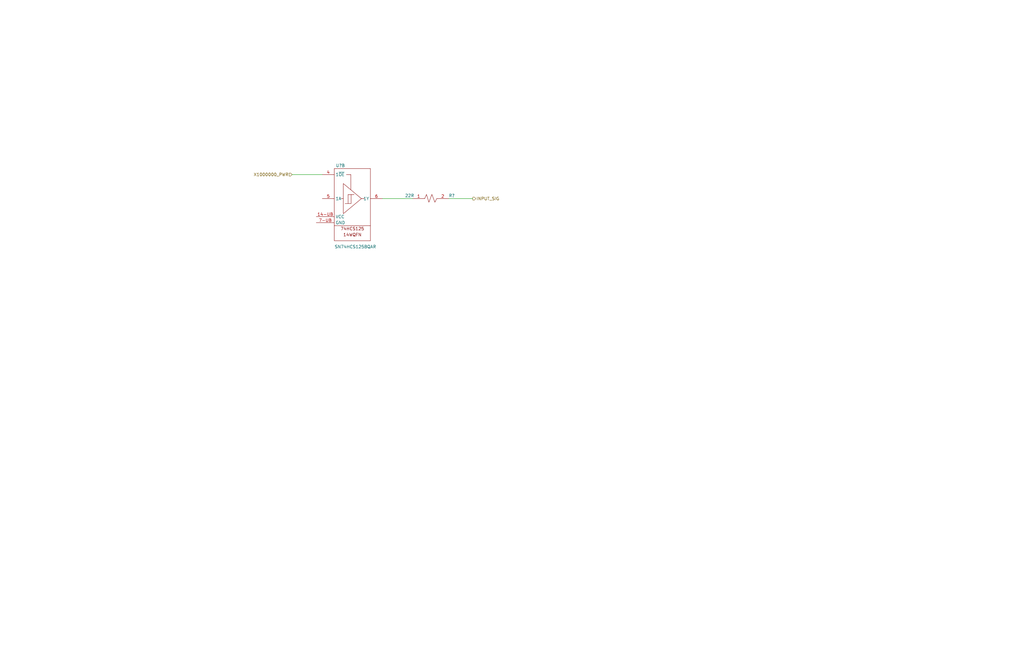
<source format=kicad_sch>
(kicad_sch (version 20211123) (generator eeschema)
  (paper "B")
  (lib_symbols
    (symbol "FREQMeter:22R"
      (property "Reference" "R" (at 15.24 1.27 0))
      (property "Value" "22R" (at -1.27 1.27 0))
      (symbol "22R_0_1"
        (polyline (pts (xy 5.08 0) (xy 5.842 1.778) (xy 6.858 -1.524) (xy 8.128 1.778) (xy 9.398 -1.524) (xy 10.16 0)))
      )
      (symbol "22R_1_1"
        (pin passive line (at 0 0 0) (length 5.08) (name "") (number "1"))
        (pin passive line (at 15.24 0 180) (length 5.08) (name "") (number "2"))
      )
    )
    (symbol "FREQMeter:SN74HCS125BQAR"
      (property "Reference" "U" (at 8.89 16.51 0))
      (property "Value" "SN74HCS125BQAR" (at 19.05 16.51 0))
      (symbol "SN74HCS125BQAR_0_0"
        (polyline (pts (xy 5.08 -11.43) (xy 20.32 -11.43)))
        (polyline (pts (xy 8.89 0) (xy 8.0054 -0.0052)))
        (polyline (pts (xy 16.51 0) (xy 17.78 0)))
        (polyline (pts (xy 9.6134 -2.0902) (xy 12.1534 -2.0902) (xy 12.1534 1.7198) (xy 13.4234 1.7198) (xy 12.1534 1.7198) (xy 10.8834 1.7198) (xy 10.8834 -2.0902)))
        (rectangle (start 5.08 12.7) (end 20.32 -17.78))
        (text "14WQFN" (at 12.7 -15.24 0) (effects (font (size 1.27 1.27))))
        (text "74HCS125" (at 12.7 -12.7 0) (effects (font (size 1.27 1.27))))
      )
      (symbol "SN74HCS125BQAR_0_1"
        (polyline (pts (xy 10.16 10.16) (xy 12.065 10.16) (xy 12.073 3.7723)))
        (polyline (pts (xy 8.89 6.35) (xy 16.51 0) (xy 8.89 -6.35) (xy 8.89 6.35)))
      )
      (symbol "SN74HCS125BQAR_1_1"
        (pin input line (at 0 10.16 0) (length 5.08) (name "1~{OE}") (number "1"))
        (pin power_in line (at -2.54 -7.62 0) (length 7.62) (name "VCC") (number "14-UA"))
        (pin input line (at 0 0 0) (length 5.08) (name "1A") (number "2"))
        (pin output line (at 25.4 0 180) (length 5.08) (name "1Y") (number "3"))
        (pin power_out line (at -2.54 -10.16 0) (length 7.62) (name "GND") (number "7-UA"))
      )
      (symbol "SN74HCS125BQAR_2_1"
        (pin power_in line (at -2.54 -7.62 0) (length 7.62) (name "VCC") (number "14-UB"))
        (pin input line (at 0 10.16 0) (length 5.08) (name "1~{OE}") (number "4"))
        (pin input line (at 0 0 0) (length 5.08) (name "1A") (number "5"))
        (pin output line (at 25.4 0 180) (length 5.08) (name "1Y") (number "6"))
        (pin power_out line (at -2.54 -10.16 0) (length 7.62) (name "GND") (number "7-UB"))
      )
      (symbol "SN74HCS125BQAR_3_1"
        (pin input line (at 0 10.16 0) (length 5.08) (name "1~{OE}") (number "10"))
        (pin power_in line (at -2.54 -7.62 0) (length 7.62) (name "VCC") (number "14-UC"))
        (pin power_out line (at -2.54 -10.16 0) (length 7.62) (name "GND") (number "7-UC"))
        (pin output line (at 25.4 0 180) (length 5.08) (name "1Y") (number "8"))
        (pin input line (at 0 0 0) (length 5.08) (name "1A") (number "9"))
      )
      (symbol "SN74HCS125BQAR_4_1"
        (pin input line (at 0 0 0) (length 5.08) (name "1A") (number "12"))
        (pin input line (at 0 10.16 0) (length 5.08) (name "1~{OE}") (number "13"))
        (pin power_in line (at -2.54 -7.62 0) (length 7.62) (name "VCC") (number "14-UD"))
        (pin output line (at 25.4 0 180) (length 5.08) (name "1Y") (number "6"))
        (pin power_out line (at -2.54 -10.16 0) (length 7.62) (name "GND") (number "7-UD"))
      )
    )
  )
  (wire (pts (xy 161.29 83.82) (xy 173.99 83.82)))
  (wire (pts (xy 123.19 73.66) (xy 135.89 73.66)))
  (wire (pts (xy 189.23 83.82) (xy 199.39 83.82)))
  (hierarchical_label "INPUT_SIG" (shape output) (at 199.39 83.82 0))
  (hierarchical_label "X1000000_PWR" (shape input) (at 123.19 73.66 180))
  (symbol (lib_id "FREQMeter:SN74HCS125BQAR") (at 135.89 83.82 0) (unit 2)
    (property "Reference" "U?" (at 143.51 69.85 0))
    (property "Value" "SN74HCS125BQAR" (at 149.86 104.14 0))
    (property "Datasheet" "https://www.ti.com/general/docs/suppproductinfo.tsp?distId=10&gotoUrl=http%3A%2F%2Fwww.ti.com%2Flit%2Fgpn%2Fsn74hcs125" (effects hide))
  )
  (symbol (lib_id "FREQMeter:22R") (at 173.99 83.82 0) (unit 1)
    (property "Reference" "R?" (at 190.5 82.55 0))
    (property "Value" "22R" (at 172.72 82.55 0))
    (property "Datasheet" "https://www.seielect.com/catalog/sei-rmcf_rmcp.pdf" (effects hide))
  )
)
</source>
